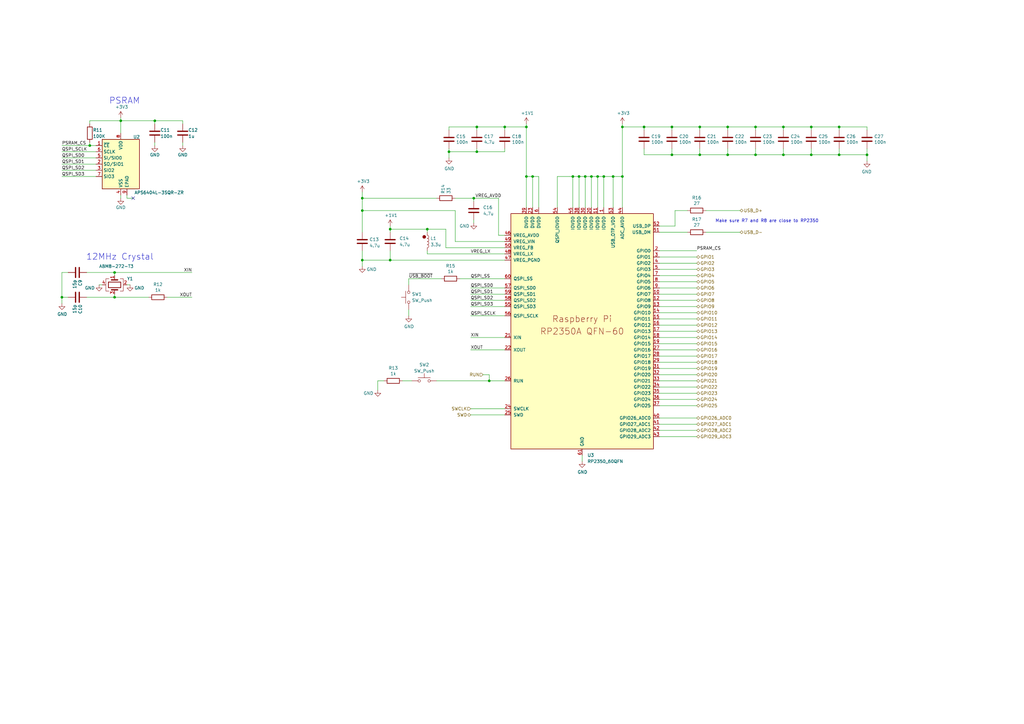
<source format=kicad_sch>
(kicad_sch (version 20250114) (generator "eeschema") (generator_version "9.0")
  (paper "A3")
  (lib_symbols
    (symbol "Device:C" (pin_numbers (hide yes)) (pin_names (offset 0.254))
      (property "Reference" "C" (at 0.635 2.54 0))
      (property "Value" "C" (at 0.635 -2.54 0))
      (symbol "C_0_1"
        (polyline (pts (xy -2.032 0.762) (xy 2.032 0.762)) (stroke (width 0.508)))
        (polyline (pts (xy -2.032 -0.762) (xy 2.032 -0.762)) (stroke (width 0.508)))
      )
      (symbol "C_1_1"
        (pin passive line (at 0 3.81 270) (length 2.794) (name "~") (number "1"))
        (pin passive line (at 0 -3.81 90) (length 2.794) (name "~") (number "2"))
      )
    )
    (symbol "Device:Crystal_GND24" (pin_names (offset 1.016) (hide yes))
      (property "Reference" "Y" (at 3.175 5.08 0))
      (property "Value" "Crystal_GND24" (at 3.175 3.175 0))
      (symbol "Crystal_GND24_0_1"
        (polyline (pts (xy -2.54 2.286) (xy -2.54 3.556) (xy 2.54 3.556) (xy 2.54 2.286)))
        (polyline (pts (xy -2.54 0) (xy -2.032 0)))
        (polyline (pts (xy -2.54 -2.286) (xy -2.54 -3.556) (xy 2.54 -3.556) (xy 2.54 -2.286)))
        (polyline (pts (xy -2.032 -1.27) (xy -2.032 1.27)) (stroke (width 0.508)))
        (rectangle (start -1.143 2.54) (end 1.143 -2.54) (stroke (width 0.3048)))
        (polyline (pts (xy 0 3.556) (xy 0 3.81)))
        (polyline (pts (xy 0 -3.81) (xy 0 -3.556)))
        (polyline (pts (xy 2.032 0) (xy 2.54 0)))
        (polyline (pts (xy 2.032 -1.27) (xy 2.032 1.27)) (stroke (width 0.508)))
      )
      (symbol "Crystal_GND24_1_1"
        (pin passive line (at -3.81 0 0) (length 1.27) (name "1") (number "1"))
        (pin passive line (at 0 5.08 270) (length 1.27) (name "2") (number "2"))
        (pin passive line (at 0 -5.08 90) (length 1.27) (name "4") (number "4"))
        (pin passive line (at 3.81 0 180) (length 1.27) (name "3") (number "3"))
      )
    )
    (symbol "Device:L" (pin_numbers (hide yes)) (pin_names (offset 1.016) (hide yes))
      (property "Reference" "L" (at -1.27 0 90))
      (property "Value" "L" (at 1.905 0 90))
      (symbol "L_0_1"
        (arc (start 0 2.54) (mid 0.6323 1.905) (end 0 1.27))
        (arc (start 0 1.27) (mid 0.6323 0.635) (end 0 0))
        (arc (start 0 0) (mid 0.6323 -0.635) (end 0 -1.27))
        (arc (start 0 -1.27) (mid 0.6323 -1.905) (end 0 -2.54))
      )
      (symbol "L_1_1"
        (pin passive line (at 0 3.81 270) (length 1.27) (name "1") (number "1"))
        (pin passive line (at 0 -3.81 90) (length 1.27) (name "2") (number "2"))
      )
    )
    (symbol "Device:R" (pin_numbers (hide yes)) (pin_names (offset 0))
      (property "Reference" "R" (at 2.032 0 90))
      (property "Value" "R" (at 0 0 90))
      (symbol "R_0_1"
        (rectangle (start -1.016 -2.54) (end 1.016 2.54) (stroke (width 0.254)))
      )
      (symbol "R_1_1"
        (pin passive line (at 0 3.81 270) (length 1.27) (name "~") (number "1"))
        (pin passive line (at 0 -3.81 90) (length 1.27) (name "~") (number "2"))
      )
    )
    (symbol "Memory_RAM:APS6404L-3SQRx-ZR"
      (property "Reference" "U" (at -6.35 11.43 0))
      (property "Value" "APS6404L-3SQRx-ZR" (at 11.684 11.43 0))
      (symbol "APS6404L-3SQRx-ZR_0_1"
        (rectangle (start -7.62 10.16) (end 7.62 -10.16) (stroke (width 0.254)) (fill (type background)))
      )
      (symbol "APS6404L-3SQRx-ZR_1_1"
        (pin input line (at -10.16 7.62 0) (length 2.54) (name "~{CE}") (number "1"))
        (pin input line (at -10.16 5.08 0) (length 2.54) (name "SCLK") (number "6"))
        (pin bidirectional line (at -10.16 2.54 0) (length 2.54) (name "SI/SIO0") (number "5"))
        (pin bidirectional line (at -10.16 0 0) (length 2.54) (name "SO/SIO1") (number "2"))
        (pin bidirectional line (at -10.16 -2.54 0) (length 2.54) (name "SIO2") (number "3"))
        (pin bidirectional line (at -10.16 -5.08 0) (length 2.54) (name "SIO3") (number "7"))
        (pin power_in line (at 0 12.7 270) (length 2.54) (name "VDD") (number "8"))
        (pin power_in line (at 0 -12.7 90) (length 2.54) (name "VSS") (number "4"))
        (pin passive line (at 2.54 -12.7 90) (length 2.54) (name "EPAD") (number "9"))
      )
    )
    (symbol "RP2350-QFN-60:RP2350_60QFN" (pin_names (offset 1.016))
      (property "Reference" "U" (at -29.21 49.53 0))
      (property "Value" "RP2350_60QFN" (at 24.13 -49.53 0))
      (symbol "RP2350_60QFN_0_0"
        (text "Raspberry Pi" (at 0 5.08 0) (effects (font (size 2.54 2.54))))
      )
      (symbol "RP2350_60QFN_0_1"
        (rectangle (start -29.21 48.26) (end 29.21 -48.26) (stroke (width 0.254)) (fill (type background)))
      )
      (symbol "RP2350_60QFN_1_0"
        (text "RP2350A QFN-60" (at 0 0 0) (effects (font (size 2.54 2.54))))
      )
      (symbol "RP2350_60QFN_1_1"
        (pin power_in line (at -31.75 39.37 0) (length 2.54) (name "VREG_AVDD") (number "46"))
        (pin power_in line (at -31.75 36.83 0) (length 2.54) (name "VREG_VIN") (number "49"))
        (pin input line (at -31.75 34.29 0) (length 2.54) (name "VREG_FB") (number "50"))
        (pin power_out line (at -31.75 31.75 0) (length 2.54) (name "VREG_LX") (number "48"))
        (pin power_in line (at -31.75 29.21 0) (length 2.54) (name "VREG_PGND") (number "47"))
        (pin bidirectional line (at -31.75 21.59 0) (length 2.54) (name "QSPI_SS") (number "60"))
        (pin bidirectional line (at -31.75 17.78 0) (length 2.54) (name "QSPI_SD0") (number "57"))
        (pin bidirectional line (at -31.75 15.24 0) (length 2.54) (name "QSPI_SD1") (number "59"))
        (pin bidirectional line (at -31.75 12.7 0) (length 2.54) (name "QSPI_SD2") (number "58"))
        (pin bidirectional line (at -31.75 10.16 0) (length 2.54) (name "QSPI_SD3") (number "55"))
        (pin output line (at -31.75 6.35 0) (length 2.54) (name "QSPI_SCLK") (number "56"))
        (pin input line (at -31.75 -2.54 0) (length 2.54) (name "XIN") (number "21"))
        (pin passive line (at -31.75 -7.62 0) (length 2.54) (name "XOUT") (number "22"))
        (pin input line (at -31.75 -20.32 0) (length 2.54) (name "RUN") (number "26"))
        (pin output line (at -31.75 -31.75 0) (length 2.54) (name "SWCLK") (number "24"))
        (pin bidirectional line (at -31.75 -34.29 0) (length 2.54) (name "SWD") (number "25"))
        (pin power_in line (at -22.86 50.8 270) (length 2.54) (name "DVDD") (number "39"))
        (pin power_in line (at -20.32 50.8 270) (length 2.54) (name "DVDD") (number "23"))
        (pin power_in line (at -17.78 50.8 270) (length 2.54) (name "DVDD") (number "6"))
        (pin power_in line (at -10.16 50.8 270) (length 2.54) (name "QSPI_IOVDD") (number "54"))
        (pin power_in line (at -3.81 50.8 270) (length 2.54) (name "IOVDD") (number "45"))
        (pin power_in line (at -1.27 50.8 270) (length 2.54) (name "IOVDD") (number "38"))
        (pin power_in line (at 0 -50.8 90) (length 2.54) (name "GND") (number "61"))
        (pin power_in line (at 1.27 50.8 270) (length 2.54) (name "IOVDD") (number "30"))
        (pin power_in line (at 3.81 50.8 270) (length 2.54) (name "IOVDD") (number "20"))
        (pin power_in line (at 6.35 50.8 270) (length 2.54) (name "IOVDD") (number "11"))
        (pin power_in line (at 8.89 50.8 270) (length 2.54) (name "IOVDD") (number "1"))
        (pin power_in line (at 12.7 50.8 270) (length 2.54) (name "USB_OTP_VDD") (number "53"))
        (pin power_in line (at 16.51 50.8 270) (length 2.54) (name "ADC_AVDD") (number "44"))
        (pin bidirectional line (at 31.75 43.18 180) (length 2.54) (name "USB_DP") (number "52"))
        (pin bidirectional line (at 31.75 40.64 180) (length 2.54) (name "USB_DM") (number "51"))
        (pin bidirectional line (at 31.75 33.02 180) (length 2.54) (name "GPIO0") (number "2"))
        (pin bidirectional line (at 31.75 30.48 180) (length 2.54) (name "GPIO1") (number "3"))
        (pin bidirectional line (at 31.75 27.94 180) (length 2.54) (name "GPIO2") (number "4"))
        (pin bidirectional line (at 31.75 25.4 180) (length 2.54) (name "GPIO3") (number "5"))
        (pin bidirectional line (at 31.75 22.86 180) (length 2.54) (name "GPIO4") (number "7"))
        (pin bidirectional line (at 31.75 20.32 180) (length 2.54) (name "GPIO5") (number "8"))
        (pin bidirectional line (at 31.75 17.78 180) (length 2.54) (name "GPIO6") (number "9"))
        (pin bidirectional line (at 31.75 15.24 180) (length 2.54) (name "GPIO7") (number "10"))
        (pin bidirectional line (at 31.75 12.7 180) (length 2.54) (name "GPIO8") (number "12"))
        (pin bidirectional line (at 31.75 10.16 180) (length 2.54) (name "GPIO9") (number "13"))
        (pin bidirectional line (at 31.75 7.62 180) (length 2.54) (name "GPIO10") (number "14"))
        (pin bidirectional line (at 31.75 5.08 180) (length 2.54) (name "GPIO11") (number "15"))
        (pin bidirectional line (at 31.75 2.54 180) (length 2.54) (name "GPIO12") (number "16"))
        (pin bidirectional line (at 31.75 0 180) (length 2.54) (name "GPIO13") (number "17"))
        (pin bidirectional line (at 31.75 -2.54 180) (length 2.54) (name "GPIO14") (number "18"))
        (pin bidirectional line (at 31.75 -5.08 180) (length 2.54) (name "GPIO15") (number "19"))
        (pin bidirectional line (at 31.75 -7.62 180) (length 2.54) (name "GPIO16") (number "27"))
        (pin bidirectional line (at 31.75 -10.16 180) (length 2.54) (name "GPIO17") (number "28"))
        (pin bidirectional line (at 31.75 -12.7 180) (length 2.54) (name "GPIO18") (number "29"))
        (pin bidirectional line (at 31.75 -15.24 180) (length 2.54) (name "GPIO19") (number "31"))
        (pin bidirectional line (at 31.75 -17.78 180) (length 2.54) (name "GPIO20") (number "32"))
        (pin bidirectional line (at 31.75 -20.32 180) (length 2.54) (name "GPIO21") (number "33"))
        (pin bidirectional line (at 31.75 -22.86 180) (length 2.54) (name "GPIO22") (number "34"))
        (pin bidirectional line (at 31.75 -25.4 180) (length 2.54) (name "GPIO23") (number "35"))
        (pin bidirectional line (at 31.75 -27.94 180) (length 2.54) (name "GPIO24") (number "36"))
        (pin bidirectional line (at 31.75 -30.48 180) (length 2.54) (name "GPIO25") (number "37"))
        (pin bidirectional line (at 31.75 -35.56 180) (length 2.54) (name "GPIO26_ADC0") (number "40"))
        (pin bidirectional line (at 31.75 -38.1 180) (length 2.54) (name "GPIO27_ADC1") (number "41"))
        (pin bidirectional line (at 31.75 -40.64 180) (length 2.54) (name "GPIO28_ADC2") (number "42"))
        (pin bidirectional line (at 31.75 -43.18 180) (length 2.54) (name "GPIO29_ADC3") (number "43"))
      )
    )
    (symbol "Switch:SW_Push" (pin_numbers (hide yes)) (pin_names (offset 1.016) (hide yes))
      (property "Reference" "SW" (at 1.27 2.54 0))
      (property "Value" "SW_Push" (at 0 -1.524 0))
      (symbol "SW_Push_0_1"
        (circle (center -2.032 0) (radius 0.508))
        (polyline (pts (xy 0 1.27) (xy 0 3.048)))
        (circle (center 2.032 0) (radius 0.508))
        (polyline (pts (xy 2.54 1.27) (xy -2.54 1.27)))
        (pin passive line (at -5.08 0 0) (length 2.54) (name "1") (number "1"))
        (pin passive line (at 5.08 0 180) (length 2.54) (name "2") (number "2"))
      )
    )
    (symbol "power:+1V1" (power) (pin_names (offset 0))
      (property "Value" "+1V1" (at 0 3.556 0))
      (symbol "+1V1_0_1"
        (polyline (pts (xy -0.762 1.27) (xy 0 2.54)))
        (polyline (pts (xy 0 2.54) (xy 0.762 1.27)))
        (polyline (pts (xy 0 0) (xy 0 2.54)))
      )
      (symbol "+1V1_1_1"
        (pin power_in line (at 0 0 90) (length 0) (hide yes) (name "+1V1") (number "1"))
      )
    )
    (symbol "power:+3V3" (power) (pin_names (offset 0))
      (property "Value" "+3V3" (at 0 3.556 0))
      (symbol "+3V3_0_1"
        (polyline (pts (xy -0.762 1.27) (xy 0 2.54)))
        (polyline (pts (xy 0 2.54) (xy 0.762 1.27)))
        (polyline (pts (xy 0 0) (xy 0 2.54)))
      )
      (symbol "+3V3_1_1"
        (pin power_in line (at 0 0 90) (length 0) (hide yes) (name "+3V3") (number "1"))
      )
    )
    (symbol "power:GND" (power) (pin_names (offset 0))
      (property "Value" "GND" (at 0 -3.81 0))
      (symbol "GND_0_1"
        (polyline (pts (xy 0 0) (xy 0 -1.27) (xy 1.27 -1.27) (xy 0 -2.54) (xy -1.27 -1.27) (xy 0 -1.27)))
      )
      (symbol "GND_1_1"
        (pin power_in line (at 0 0 270) (length 0) (hide yes) (name "GND") (number "1"))
      )
    )
  )
  (circle (center 173.99 97.155) (radius 0.635) (stroke (width 0) (color 132 0 0 1)) (fill (type color) (color 132 0 0 1)))
  (text "Make sure R7 and R8 are close to RP2350\n" (at 293.37 91.44 0) (effects (font (size 1.27 1.27)) (justify left bottom)))
  (text "PSRAM" (at 44.704 42.926 0) (effects (font (size 2.54 2.54)) (justify left bottom)))
  (text "12MHz Crystal" (at 35.306 106.934 0) (effects (font (size 2.54 2.54)) (justify left bottom)))
  (junction (at 160.02 106.68))
  (junction (at 36.83 59.69))
  (junction (at 275.59 52.07))
  (junction (at 298.45 52.07))
  (junction (at 309.88 52.07))
  (junction (at 175.26 93.98))
  (junction (at 25.4 121.92))
  (junction (at 321.31 63.5))
  (junction (at 46.99 121.92))
  (junction (at 63.5 49.53))
  (junction (at 255.27 72.39))
  (junction (at 287.02 63.5))
  (junction (at 215.9 52.07))
  (junction (at 264.16 52.07))
  (junction (at 184.15 62.23))
  (junction (at 355.6 63.5))
  (junction (at 234.95 72.39))
  (junction (at 215.9 72.39))
  (junction (at 332.74 52.07))
  (junction (at 309.88 63.5))
  (junction (at 195.58 62.23))
  (junction (at 195.58 52.07))
  (junction (at 200.66 156.21))
  (junction (at 287.02 52.07))
  (junction (at 251.46 72.39))
  (junction (at 218.44 72.39))
  (junction (at 275.59 63.5))
  (junction (at 148.59 81.28))
  (junction (at 242.57 72.39))
  (junction (at 46.99 111.76))
  (junction (at 207.01 52.07))
  (junction (at 255.27 52.07))
  (junction (at 160.02 93.98))
  (junction (at 298.45 63.5))
  (junction (at 321.31 52.07))
  (junction (at 194.31 81.28))
  (junction (at 344.17 63.5))
  (junction (at 237.49 72.39))
  (junction (at 49.53 49.53))
  (junction (at 245.11 72.39))
  (junction (at 344.17 52.07))
  (junction (at 148.59 106.68))
  (junction (at 240.03 72.39))
  (junction (at 247.65 72.39))
  (junction (at 332.74 63.5))
  (junction (at 148.59 86.36))
  (no_connect (at 54.61 81.28))
  (wire (pts (xy 52.07 116.84) (xy 53.34 116.84)))
  (wire (pts (xy 35.56 111.76) (xy 46.99 111.76)))
  (wire (pts (xy 245.11 72.39) (xy 247.65 72.39)))
  (wire (pts (xy 184.15 62.23) (xy 184.15 64.77)))
  (wire (pts (xy 332.74 60.96) (xy 332.74 63.5)))
  (wire (pts (xy 182.88 101.6) (xy 182.88 93.98)))
  (wire (pts (xy 270.51 110.49) (xy 285.75 110.49)))
  (wire (pts (xy 154.94 156.21) (xy 154.94 160.02)))
  (wire (pts (xy 270.51 140.97) (xy 285.75 140.97)))
  (wire (pts (xy 309.88 60.96) (xy 309.88 63.5)))
  (wire (pts (xy 160.02 102.87) (xy 160.02 106.68)))
  (wire (pts (xy 298.45 53.34) (xy 298.45 52.07)))
  (wire (pts (xy 182.88 93.98) (xy 175.26 93.98)))
  (wire (pts (xy 245.11 85.09) (xy 245.11 72.39)))
  (wire (pts (xy 207.01 167.64) (xy 193.04 167.64)))
  (wire (pts (xy 215.9 50.8) (xy 215.9 52.07)))
  (wire (pts (xy 270.51 102.87) (xy 285.75 102.87)))
  (wire (pts (xy 275.59 60.96) (xy 275.59 63.5)))
  (wire (pts (xy 220.98 72.39) (xy 220.98 85.09)))
  (wire (pts (xy 186.69 99.06) (xy 207.01 99.06)))
  (wire (pts (xy 63.5 49.53) (xy 74.93 49.53)))
  (wire (pts (xy 287.02 52.07) (xy 298.45 52.07)))
  (wire (pts (xy 184.15 52.07) (xy 195.58 52.07)))
  (wire (pts (xy 25.4 111.76) (xy 25.4 121.92)))
  (wire (pts (xy 255.27 50.8) (xy 255.27 52.07)))
  (wire (pts (xy 270.51 163.83) (xy 285.75 163.83)))
  (wire (pts (xy 276.86 86.36) (xy 281.94 86.36)))
  (wire (pts (xy 332.74 53.34) (xy 332.74 52.07)))
  (wire (pts (xy 200.66 156.21) (xy 207.01 156.21)))
  (wire (pts (xy 25.4 59.69) (xy 36.83 59.69)))
  (wire (pts (xy 36.83 59.69) (xy 39.37 59.69)))
  (wire (pts (xy 148.59 81.28) (xy 148.59 86.36)))
  (wire (pts (xy 264.16 53.34) (xy 264.16 52.07)))
  (wire (pts (xy 270.51 105.41) (xy 285.75 105.41)))
  (wire (pts (xy 27.94 121.92) (xy 25.4 121.92)))
  (wire (pts (xy 194.31 91.44) (xy 194.31 90.17)))
  (wire (pts (xy 184.15 53.34) (xy 184.15 52.07)))
  (wire (pts (xy 218.44 72.39) (xy 220.98 72.39)))
  (wire (pts (xy 157.48 156.21) (xy 154.94 156.21)))
  (wire (pts (xy 275.59 53.34) (xy 275.59 52.07)))
  (wire (pts (xy 63.5 58.42) (xy 63.5 59.69)))
  (wire (pts (xy 309.88 53.34) (xy 309.88 52.07)))
  (wire (pts (xy 289.56 86.36) (xy 303.53 86.36)))
  (wire (pts (xy 309.88 52.07) (xy 321.31 52.07)))
  (wire (pts (xy 237.49 85.09) (xy 237.49 72.39)))
  (wire (pts (xy 25.4 67.31) (xy 39.37 67.31)))
  (wire (pts (xy 179.07 156.21) (xy 200.66 156.21)))
  (wire (pts (xy 270.51 161.29) (xy 285.75 161.29)))
  (wire (pts (xy 207.01 101.6) (xy 182.88 101.6)))
  (wire (pts (xy 49.53 49.53) (xy 49.53 54.61)))
  (wire (pts (xy 270.51 173.99) (xy 285.75 173.99)))
  (wire (pts (xy 270.51 113.03) (xy 285.75 113.03)))
  (wire (pts (xy 25.4 72.39) (xy 39.37 72.39)))
  (wire (pts (xy 175.26 93.98) (xy 175.26 95.25)))
  (wire (pts (xy 180.975 114.3) (xy 167.64 114.3)))
  (wire (pts (xy 234.95 72.39) (xy 237.49 72.39)))
  (wire (pts (xy 355.6 63.5) (xy 355.6 66.04)))
  (wire (pts (xy 270.51 146.05) (xy 285.75 146.05)))
  (wire (pts (xy 207.01 170.18) (xy 193.04 170.18)))
  (wire (pts (xy 270.51 120.65) (xy 285.75 120.65)))
  (wire (pts (xy 175.26 104.14) (xy 207.01 104.14)))
  (wire (pts (xy 287.02 60.96) (xy 287.02 63.5)))
  (wire (pts (xy 355.6 60.96) (xy 355.6 63.5)))
  (wire (pts (xy 242.57 72.39) (xy 245.11 72.39)))
  (wire (pts (xy 270.51 128.27) (xy 285.75 128.27)))
  (wire (pts (xy 287.02 53.34) (xy 287.02 52.07)))
  (wire (pts (xy 194.31 81.28) (xy 204.47 81.28)))
  (wire (pts (xy 204.47 96.52) (xy 207.01 96.52)))
  (wire (pts (xy 36.83 49.53) (xy 36.83 50.8)))
  (wire (pts (xy 49.53 48.26) (xy 49.53 49.53)))
  (wire (pts (xy 270.51 176.53) (xy 285.75 176.53)))
  (wire (pts (xy 215.9 52.07) (xy 215.9 72.39)))
  (wire (pts (xy 228.6 72.39) (xy 234.95 72.39)))
  (wire (pts (xy 270.51 138.43) (xy 285.75 138.43)))
  (wire (pts (xy 270.51 148.59) (xy 285.75 148.59)))
  (wire (pts (xy 218.44 72.39) (xy 215.9 72.39)))
  (wire (pts (xy 255.27 72.39) (xy 255.27 85.09)))
  (wire (pts (xy 148.59 81.28) (xy 179.07 81.28)))
  (wire (pts (xy 148.59 86.36) (xy 148.59 95.25)))
  (wire (pts (xy 35.56 121.92) (xy 46.99 121.92)))
  (wire (pts (xy 148.59 86.36) (xy 186.69 86.36)))
  (wire (pts (xy 207.01 53.34) (xy 207.01 52.07)))
  (wire (pts (xy 204.47 81.28) (xy 204.47 96.52)))
  (wire (pts (xy 207.01 129.54) (xy 193.04 129.54)))
  (wire (pts (xy 251.46 85.09) (xy 251.46 72.39)))
  (wire (pts (xy 160.02 92.71) (xy 160.02 93.98)))
  (wire (pts (xy 165.1 156.21) (xy 168.91 156.21)))
  (wire (pts (xy 194.31 81.28) (xy 194.31 82.55)))
  (wire (pts (xy 184.15 62.23) (xy 195.58 62.23)))
  (wire (pts (xy 264.16 60.96) (xy 264.16 63.5)))
  (wire (pts (xy 198.12 153.67) (xy 200.66 153.67)))
  (wire (pts (xy 36.83 49.53) (xy 49.53 49.53)))
  (wire (pts (xy 240.03 72.39) (xy 242.57 72.39)))
  (wire (pts (xy 148.59 102.87) (xy 148.59 106.68)))
  (wire (pts (xy 160.02 93.98) (xy 175.26 93.98)))
  (wire (pts (xy 160.02 106.68) (xy 207.01 106.68)))
  (wire (pts (xy 251.46 72.39) (xy 255.27 72.39)))
  (wire (pts (xy 275.59 52.07) (xy 287.02 52.07)))
  (wire (pts (xy 321.31 53.34) (xy 321.31 52.07)))
  (wire (pts (xy 287.02 63.5) (xy 275.59 63.5)))
  (wire (pts (xy 270.51 179.07) (xy 285.75 179.07)))
  (wire (pts (xy 68.58 121.92) (xy 78.74 121.92)))
  (wire (pts (xy 40.64 116.84) (xy 41.91 116.84)))
  (wire (pts (xy 321.31 63.5) (xy 309.88 63.5)))
  (wire (pts (xy 270.51 133.35) (xy 285.75 133.35)))
  (wire (pts (xy 238.76 186.69) (xy 238.76 189.23)))
  (wire (pts (xy 186.69 81.28) (xy 194.31 81.28)))
  (wire (pts (xy 49.53 81.28) (xy 49.53 80.01)))
  (wire (pts (xy 270.51 125.73) (xy 285.75 125.73)))
  (wire (pts (xy 193.04 118.11) (xy 207.01 118.11)))
  (wire (pts (xy 195.58 53.34) (xy 195.58 52.07)))
  (wire (pts (xy 200.66 153.67) (xy 200.66 156.21)))
  (wire (pts (xy 193.04 120.65) (xy 207.01 120.65)))
  (wire (pts (xy 270.51 107.95) (xy 285.75 107.95)))
  (wire (pts (xy 270.51 123.19) (xy 285.75 123.19)))
  (wire (pts (xy 270.51 143.51) (xy 285.75 143.51)))
  (wire (pts (xy 207.01 114.3) (xy 188.595 114.3)))
  (wire (pts (xy 184.15 60.96) (xy 184.15 62.23)))
  (wire (pts (xy 275.59 63.5) (xy 264.16 63.5)))
  (wire (pts (xy 54.61 81.28) (xy 52.07 81.28)))
  (wire (pts (xy 46.99 113.03) (xy 46.99 111.76)))
  (wire (pts (xy 247.65 72.39) (xy 247.65 85.09)))
  (wire (pts (xy 298.45 60.96) (xy 298.45 63.5)))
  (wire (pts (xy 270.51 135.89) (xy 285.75 135.89)))
  (wire (pts (xy 309.88 63.5) (xy 298.45 63.5)))
  (wire (pts (xy 255.27 52.07) (xy 255.27 72.39)))
  (wire (pts (xy 240.03 85.09) (xy 240.03 72.39)))
  (wire (pts (xy 270.51 171.45) (xy 285.75 171.45)))
  (wire (pts (xy 234.95 85.09) (xy 234.95 72.39)))
  (wire (pts (xy 52.07 81.28) (xy 52.07 80.01)))
  (wire (pts (xy 207.01 52.07) (xy 215.9 52.07)))
  (wire (pts (xy 298.45 52.07) (xy 309.88 52.07)))
  (wire (pts (xy 63.5 49.53) (xy 63.5 50.8)))
  (wire (pts (xy 25.4 69.85) (xy 39.37 69.85)))
  (wire (pts (xy 270.51 153.67) (xy 285.75 153.67)))
  (wire (pts (xy 270.51 115.57) (xy 285.75 115.57)))
  (wire (pts (xy 321.31 52.07) (xy 332.74 52.07)))
  (wire (pts (xy 270.51 92.71) (xy 276.86 92.71)))
  (wire (pts (xy 237.49 72.39) (xy 240.03 72.39)))
  (wire (pts (xy 242.57 85.09) (xy 242.57 72.39)))
  (wire (pts (xy 321.31 60.96) (xy 321.31 63.5)))
  (wire (pts (xy 148.59 106.68) (xy 160.02 106.68)))
  (wire (pts (xy 270.51 156.21) (xy 285.75 156.21)))
  (wire (pts (xy 270.51 130.81) (xy 285.75 130.81)))
  (wire (pts (xy 74.93 59.69) (xy 74.93 58.42)))
  (wire (pts (xy 160.02 95.25) (xy 160.02 93.98)))
  (wire (pts (xy 270.51 118.11) (xy 285.75 118.11)))
  (wire (pts (xy 193.04 123.19) (xy 207.01 123.19)))
  (wire (pts (xy 270.51 158.75) (xy 285.75 158.75)))
  (wire (pts (xy 25.4 121.92) (xy 25.4 124.46)))
  (wire (pts (xy 193.04 138.43) (xy 207.01 138.43)))
  (wire (pts (xy 228.6 85.09) (xy 228.6 72.39)))
  (wire (pts (xy 195.58 60.96) (xy 195.58 62.23)))
  (wire (pts (xy 207.01 143.51) (xy 193.04 143.51)))
  (wire (pts (xy 175.26 104.14) (xy 175.26 102.87)))
  (wire (pts (xy 27.94 111.76) (xy 25.4 111.76)))
  (wire (pts (xy 270.51 151.13) (xy 285.75 151.13)))
  (wire (pts (xy 289.56 95.25) (xy 303.53 95.25)))
  (wire (pts (xy 195.58 62.23) (xy 207.01 62.23)))
  (wire (pts (xy 270.51 95.25) (xy 281.94 95.25)))
  (wire (pts (xy 148.59 106.68) (xy 148.59 109.22)))
  (wire (pts (xy 186.69 86.36) (xy 186.69 99.06)))
  (wire (pts (xy 355.6 63.5) (xy 344.17 63.5)))
  (wire (pts (xy 321.31 63.5) (xy 332.74 63.5)))
  (wire (pts (xy 46.99 120.65) (xy 46.99 121.92)))
  (wire (pts (xy 25.4 62.23) (xy 39.37 62.23)))
  (wire (pts (xy 344.17 53.34) (xy 344.17 52.07)))
  (wire (pts (xy 355.6 52.07) (xy 344.17 52.07)))
  (wire (pts (xy 344.17 63.5) (xy 332.74 63.5)))
  (wire (pts (xy 49.53 49.53) (xy 63.5 49.53)))
  (wire (pts (xy 270.51 166.37) (xy 285.75 166.37)))
  (wire (pts (xy 167.64 114.3) (xy 167.64 116.84)))
  (wire (pts (xy 207.01 62.23) (xy 207.01 60.96)))
  (wire (pts (xy 355.6 53.34) (xy 355.6 52.07)))
  (wire (pts (xy 167.64 127) (xy 167.64 129.54)))
  (wire (pts (xy 298.45 63.5) (xy 287.02 63.5)))
  (wire (pts (xy 264.16 52.07) (xy 275.59 52.07)))
  (wire (pts (xy 46.99 121.92) (xy 60.96 121.92)))
  (wire (pts (xy 344.17 52.07) (xy 332.74 52.07)))
  (wire (pts (xy 193.04 125.73) (xy 207.01 125.73)))
  (wire (pts (xy 74.93 49.53) (xy 74.93 50.8)))
  (wire (pts (xy 255.27 52.07) (xy 264.16 52.07)))
  (wire (pts (xy 276.86 86.36) (xy 276.86 92.71)))
  (wire (pts (xy 195.58 52.07) (xy 207.01 52.07)))
  (wire (pts (xy 36.83 58.42) (xy 36.83 59.69)))
  (wire (pts (xy 215.9 72.39) (xy 215.9 85.09)))
  (wire (pts (xy 218.44 85.09) (xy 218.44 72.39)))
  (wire (pts (xy 46.99 111.76) (xy 78.74 111.76)))
  (wire (pts (xy 344.17 60.96) (xy 344.17 63.5)))
  (wire (pts (xy 25.4 64.77) (xy 39.37 64.77)))
  (wire (pts (xy 148.59 78.74) (xy 148.59 81.28)))
  (wire (pts (xy 247.65 72.39) (xy 251.46 72.39)))
  (label "QSPI_SCLK" (at 25.4 62.23 0))
  (label "PSRAM_CS" (at 285.75 102.87 0))
  (label "XOUT" (at 78.74 121.92 180))
  (label "PSRAM_CS" (at 25.4 59.69 0))
  (label "QSPI_SD3" (at 25.4 72.39 0))
  (label "QSPI_SCLK" (at 193.04 129.54 0))
  (label "~{USB_BOOT}" (at 167.64 114.3 0))
  (label "QSPI_SD3" (at 193.04 125.73 0))
  (label "QSPI_SD1" (at 193.04 120.65 0))
  (label "VREG_AVDD" (at 194.945 81.28 0))
  (label "XIN" (at 193.04 138.43 0))
  (label "QSPI_SD0" (at 193.04 118.11 0))
  (label "QSPI_SD2" (at 193.04 123.19 0))
  (label "QSPI_SD1" (at 25.4 67.31 0))
  (label "QSPI_SD0" (at 25.4 64.77 0))
  (label "QSPI_SS" (at 193.04 114.3 0))
  (label "XIN" (at 78.74 111.76 180))
  (label "XOUT" (at 193.04 143.51 0))
  (label "VREG_LX" (at 193.04 104.14 0))
  (label "QSPI_SD2" (at 25.4 69.85 0))
  (hierarchical_label "GPIO1" (shape bidirectional) (at 285.75 105.41 0))
  (hierarchical_label "GPIO4" (shape bidirectional) (at 285.75 113.03 0))
  (hierarchical_label "RUN" (shape input) (at 198.12 153.67 180))
  (hierarchical_label "GPIO21" (shape bidirectional) (at 285.75 156.21 0))
  (hierarchical_label "GPIO27_ADC1" (shape bidirectional) (at 285.75 173.99 0))
  (hierarchical_label "GPIO7" (shape bidirectional) (at 285.75 120.65 0))
  (hierarchical_label "GPIO14" (shape bidirectional) (at 285.75 138.43 0))
  (hierarchical_label "USB_D+" (shape bidirectional) (at 303.53 86.36 0))
  (hierarchical_label "GPIO22" (shape bidirectional) (at 285.75 158.75 0))
  (hierarchical_label "SWD" (shape bidirectional) (at 193.04 170.18 180))
  (hierarchical_label "GPIO28_ADC2" (shape bidirectional) (at 285.75 176.53 0))
  (hierarchical_label "GPIO11" (shape bidirectional) (at 285.75 130.81 0))
  (hierarchical_label "GPIO12" (shape bidirectional) (at 285.75 133.35 0))
  (hierarchical_label "GPIO2" (shape bidirectional) (at 285.75 107.95 0))
  (hierarchical_label "GPIO29_ADC3" (shape bidirectional) (at 285.75 179.07 0))
  (hierarchical_label "GPIO8" (shape bidirectional) (at 285.75 123.19 0))
  (hierarchical_label "GPIO6" (shape bidirectional) (at 285.75 118.11 0))
  (hierarchical_label "GPIO5" (shape bidirectional) (at 285.75 115.57 0))
  (hierarchical_label "GPIO24" (shape bidirectional) (at 285.75 163.83 0))
  (hierarchical_label "GPIO3" (shape bidirectional) (at 285.75 110.49 0))
  (hierarchical_label "GPIO13" (shape bidirectional) (at 285.75 135.89 0))
  (hierarchical_label "GPIO16" (shape bidirectional) (at 285.75 143.51 0))
  (hierarchical_label "GPIO19" (shape bidirectional) (at 285.75 151.13 0))
  (hierarchical_label "SWCLK" (shape input) (at 193.04 167.64 180))
  (hierarchical_label "GPIO20" (shape bidirectional) (at 285.75 153.67 0))
  (hierarchical_label "GPIO17" (shape bidirectional) (at 285.75 146.05 0))
  (hierarchical_label "GPIO9" (shape bidirectional) (at 285.75 125.73 0))
  (hierarchical_label "GPIO18" (shape bidirectional) (at 285.75 148.59 0))
  (hierarchical_label "GPIO26_ADC0" (shape bidirectional) (at 285.75 171.45 0))
  (hierarchical_label "USB_D-" (shape bidirectional) (at 303.53 95.25 0))
  (hierarchical_label "GPIO10" (shape bidirectional) (at 285.75 128.27 0))
  (hierarchical_label "GPIO25" (shape bidirectional) (at 285.75 166.37 0))
  (hierarchical_label "GPIO23" (shape bidirectional) (at 285.75 161.29 0))
  (hierarchical_label "GPIO15" (shape bidirectional) (at 285.75 140.97 0))
  (symbol (lib_id "Device:Crystal_GND24") (at 46.99 116.84 270) (unit 1)
    (property "Reference" "Y1" (at 52.07 114.3 90) (effects (justify left)))
    (property "Value" "ABM8-272-T3" (at 40.64 109.22 90) (effects (justify left)))
    (property "Footprint" "components:ABM8272T3" (effects (hide yes)))
  )
  (symbol (lib_id "power:GND") (at 154.94 160.02 0) (unit 1)
    (property "Reference" "#PWR043" (effects (hide yes)))
    (property "Value" "GND" (at 151.13 161.29 0))
  )
  (symbol (lib_id "Device:C") (at 332.74 57.15 0) (unit 1)
    (property "Reference" "C25" (at 335.661 55.9816 0) (effects (justify left)))
    (property "Value" "100n" (at 335.661 58.293 0) (effects (justify left)))
    (property "Footprint" "Capacitor_SMD:C_0402_1005Metric" (effects (hide yes)))
  )
  (symbol (lib_id "Device:C") (at 74.93 54.61 180) (unit 1)
    (property "Reference" "C12" (at 77.216 53.34 0) (effects (justify right)))
    (property "Value" "1u" (at 77.216 55.88 0) (effects (justify right)))
    (property "Footprint" "Capacitor_SMD:C_0402_1005Metric" (effects (hide yes)))
    (property "Description" "Unpolarized capacitor" (effects (hide yes)))
  )
  (symbol (lib_id "power:GND") (at 74.93 59.69 0) (unit 1)
    (property "Reference" "#PWR040" (effects (hide yes)))
    (property "Value" "GND" (at 74.93 63.5 0))
    (property "Description" "Power symbol creates a global label with name \"GND\" , ground" (effects (hide yes)))
  )
  (symbol (lib_id "power:+1V1") (at 160.02 92.71 0) (unit 1)
    (property "Reference" "#PWR044" (effects (hide yes)))
    (property "Value" "+1V1" (at 160.401 88.3158 0))
  )
  (symbol (lib_id "Memory_RAM:APS6404L-3SQRx-ZR") (at 49.53 67.31 0) (unit 1)
    (property "Reference" "U2" (at 54.61 56.134 0) (effects (justify left)))
    (property "Value" "APS6404L-3SQR-ZR" (at 55.118 78.994 0) (effects (justify left)))
    (property "Footprint" "Package_SON:Winbond_USON-8-1EP_3x2mm_P0.5mm_EP0.2x1.6mm" (effects (hide yes)))
    (property "Datasheet" "https://www.mouser.com/datasheet/2/1127/APM_PSRAM_QSPI_APS6404L_3SQR_v2_3_PKG-1954826.pdf" (effects (hide yes)))
    (property "Description" "64 Mbit / 8M x 8-bits serial pseudo SRAM MEMORY, up to 133MHz, 2.7-3.6V supply, USON-8 (XSON-8)" (effects (hide yes)))
  )
  (symbol (lib_id "Device:R") (at 184.785 114.3 270) (unit 1)
    (property "Reference" "R15" (at 184.785 109.0422 90))
    (property "Value" "1k" (at 184.785 111.3536 90))
    (property "Footprint" "components:R_0402_1005Metric_small_pads" (effects (hide yes)))
  )
  (symbol (lib_id "Device:R") (at 36.83 54.61 0) (unit 1)
    (property "Reference" "R11" (at 38.1 53.34 0) (effects (justify left)))
    (property "Value" "100K" (at 38.1 55.88 0) (effects (justify left)))
    (property "Footprint" "components:R_0402_1005Metric_small_pads" (effects (hide yes)))
  )
  (symbol (lib_id "power:GND") (at 238.76 189.23 0) (unit 1)
    (property "Reference" "#PWR049" (effects (hide yes)))
    (property "Value" "GND" (at 238.887 193.6242 0))
  )
  (symbol (lib_id "Device:C") (at 287.02 57.15 0) (unit 1)
    (property "Reference" "C21" (at 289.941 55.9816 0) (effects (justify left)))
    (property "Value" "100n" (at 289.941 58.293 0) (effects (justify left)))
    (property "Footprint" "Capacitor_SMD:C_0402_1005Metric" (effects (hide yes)))
  )
  (symbol (lib_id "RP2350-QFN-60:RP2350_60QFN") (at 238.76 135.89 0) (unit 1)
    (property "Reference" "U3" (at 240.9033 186.69 0) (effects (justify left)))
    (property "Value" "RP2350_60QFN" (at 240.9033 189.23 0) (effects (justify left)))
    (property "Footprint" "components:RP2350-QFN-60-1EP_7x7_P0.4mm_EP3.4x3.4mm_ThermalVias" (effects (hide yes)))
  )
  (symbol (lib_id "Device:C") (at 275.59 57.15 0) (unit 1)
    (property "Reference" "C20" (at 278.511 55.9816 0) (effects (justify left)))
    (property "Value" "100n" (at 278.511 58.293 0) (effects (justify left)))
    (property "Footprint" "Capacitor_SMD:C_0402_1005Metric" (effects (hide yes)))
  )
  (symbol (lib_id "power:+3V3") (at 49.53 48.26 0) (unit 1)
    (property "Reference" "#PWR036" (effects (hide yes)))
    (property "Value" "+3V3" (at 49.911 43.8658 0))
  )
  (symbol (lib_id "Device:C") (at 195.58 57.15 0) (unit 1)
    (property "Reference" "C17" (at 198.501 55.9816 0) (effects (justify left)))
    (property "Value" "4.7u" (at 198.501 58.293 0) (effects (justify left)))
    (property "Footprint" "Capacitor_SMD:C_0402_1005Metric" (effects (hide yes)))
  )
  (symbol (lib_id "Device:R") (at 285.75 86.36 270) (unit 1)
    (property "Reference" "R16" (at 285.75 81.1022 90))
    (property "Value" "27" (at 285.75 83.4136 90))
    (property "Footprint" "Resistor_SMD:R_0402_1005Metric" (effects (hide yes)))
  )
  (symbol (lib_id "Device:C") (at 184.15 57.15 0) (unit 1)
    (property "Reference" "C15" (at 187.071 55.9816 0) (effects (justify left)))
    (property "Value" "100n" (at 187.071 58.293 0) (effects (justify left)))
    (property "Footprint" "Capacitor_SMD:C_0402_1005Metric" (effects (hide yes)))
  )
  (symbol (lib_id "power:GND") (at 40.64 116.84 0) (unit 1)
    (property "Reference" "#PWR035" (effects (hide yes)))
    (property "Value" "GND" (at 36.83 118.11 0))
  )
  (symbol (lib_id "Switch:SW_Push") (at 167.64 121.92 90) (unit 1)
    (property "Reference" "SW1" (at 168.91 120.6499 90) (effects (justify right)))
    (property "Value" "SW_Push" (at 168.91 123.1899 90) (effects (justify right)))
    (property "Footprint" "Button_Switch_SMD:SW_SPST_B3U-1000P" (effects (hide yes)))
    (property "Description" "Push button switch, generic, two pins" (effects (hide yes)))
  )
  (symbol (lib_id "Device:R") (at 161.29 156.21 270) (unit 1)
    (property "Reference" "R13" (at 161.29 150.9522 90))
    (property "Value" "1k" (at 161.29 153.2636 90))
    (property "Footprint" "Resistor_SMD:R_0402_1005Metric" (effects (hide yes)))
  )
  (symbol (lib_id "Device:C") (at 31.75 121.92 270) (unit 1)
    (property "Reference" "C10" (at 32.9184 124.841 0) (effects (justify left)))
    (property "Value" "15p" (at 30.607 124.841 0) (effects (justify left)))
    (property "Footprint" "Capacitor_SMD:C_0402_1005Metric" (effects (hide yes)))
  )
  (symbol (lib_id "power:GND") (at 148.59 109.22 0) (mirror y) (unit 1)
    (property "Reference" "#PWR042" (effects (hide yes)))
    (property "Value" "GND" (at 152.4 110.49 0))
  )
  (symbol (lib_id "power:GND") (at 355.6 66.04 0) (mirror y) (unit 1)
    (property "Reference" "#PWR051" (effects (hide yes)))
    (property "Value" "GND" (at 355.473 70.4342 0))
  )
  (symbol (lib_id "power:+3V3") (at 255.27 50.8 0) (unit 1)
    (property "Reference" "#PWR050" (effects (hide yes)))
    (property "Value" "+3V3" (at 255.651 46.4058 0))
  )
  (symbol (lib_id "Device:C") (at 148.59 99.06 0) (unit 1)
    (property "Reference" "C13" (at 151.511 98.2253 0) (effects (justify left)))
    (property "Value" "4.7u" (at 151.511 100.7622 0) (effects (justify left)))
    (property "Footprint" "components:C_0402_1005Metric_small_pads" (effects (hide yes)))
  )
  (symbol (lib_id "Device:C") (at 31.75 111.76 270) (unit 1)
    (property "Reference" "C9" (at 32.9184 114.681 0) (effects (justify left)))
    (property "Value" "15p" (at 30.607 114.681 0) (effects (justify left)))
    (property "Footprint" "Capacitor_SMD:C_0402_1005Metric" (effects (hide yes)))
  )
  (symbol (lib_id "power:GND") (at 53.34 116.84 0) (unit 1)
    (property "Reference" "#PWR038" (effects (hide yes)))
    (property "Value" "GND" (at 57.15 118.11 0))
  )
  (symbol (lib_id "power:GND") (at 25.4 124.46 0) (unit 1)
    (property "Reference" "#PWR034" (effects (hide yes)))
    (property "Value" "GND" (at 25.527 128.8542 0))
  )
  (symbol (lib_id "power:+3V3") (at 148.59 78.74 0) (unit 1)
    (property "Reference" "#PWR041" (effects (hide yes)))
    (property "Value" "+3V3" (at 148.971 74.3458 0))
  )
  (symbol (lib_id "Device:C") (at 321.31 57.15 0) (unit 1)
    (property "Reference" "C24" (at 324.231 55.9816 0) (effects (justify left)))
    (property "Value" "100n" (at 324.231 58.293 0) (effects (justify left)))
    (property "Footprint" "Capacitor_SMD:C_0402_1005Metric" (effects (hide yes)))
  )
  (symbol (lib_id "Device:R") (at 182.88 81.28 90) (unit 1)
    (property "Reference" "R14" (at 181.7116 79.502 0) (effects (justify left)))
    (property "Value" "33" (at 184.023 79.502 0) (effects (justify left)))
    (property "Footprint" "Resistor_SMD:R_0402_1005Metric" (effects (hide yes)))
  )
  (symbol (lib_id "Device:R") (at 285.75 95.25 270) (unit 1)
    (property "Reference" "R17" (at 285.75 89.9922 90))
    (property "Value" "27" (at 285.75 92.3036 90))
    (property "Footprint" "Resistor_SMD:R_0402_1005Metric" (effects (hide yes)))
  )
  (symbol (lib_id "Device:L") (at 175.26 99.06 0) (unit 1)
    (property "Reference" "L1" (at 176.53 97.79 0) (effects (justify left)))
    (property "Value" "3.3u" (at 176.53 100.33 0) (effects (justify left)))
    (property "Footprint" "components:AOTA-B201610S3R3-101-T" (effects (hide yes)))
  )
  (symbol (lib_id "power:+1V1") (at 215.9 50.8 0) (unit 1)
    (property "Reference" "#PWR048" (effects (hide yes)))
    (property "Value" "+1V1" (at 216.281 46.4058 0))
  )
  (symbol (lib_id "Device:C") (at 63.5 54.61 180) (unit 1)
    (property "Reference" "C11" (at 65.786 53.34 0) (effects (justify right)))
    (property "Value" "100n" (at 65.786 55.88 0) (effects (justify right)))
    (property "Footprint" "Capacitor_SMD:C_0402_1005Metric" (effects (hide yes)))
    (property "Description" "Unpolarized capacitor" (effects (hide yes)))
  )
  (symbol (lib_id "Device:C") (at 207.01 57.15 0) (unit 1)
    (property "Reference" "C18" (at 209.931 55.9816 0) (effects (justify left)))
    (property "Value" "100n" (at 209.931 58.293 0) (effects (justify left)))
    (property "Footprint" "Capacitor_SMD:C_0402_1005Metric" (effects (hide yes)))
  )
  (symbol (lib_id "Device:R") (at 64.77 121.92 270) (unit 1)
    (property "Reference" "R12" (at 64.77 116.6622 90))
    (property "Value" "1k" (at 64.77 118.9736 90))
    (property "Footprint" "Resistor_SMD:R_0402_1005Metric" (effects (hide yes)))
  )
  (symbol (lib_id "power:GND") (at 194.31 91.44 0) (unit 1)
    (property "Reference" "#PWR047" (effects (hide yes)))
    (property "Value" "GND" (at 190.5 92.71 0))
  )
  (symbol (lib_id "power:GND") (at 167.64 129.54 0) (unit 1)
    (property "Reference" "#PWR045" (effects (hide yes)))
    (property "Value" "GND" (at 167.767 133.9342 0))
  )
  (symbol (lib_id "Device:C") (at 355.6 57.15 0) (unit 1)
    (property "Reference" "C27" (at 358.521 55.9816 0) (effects (justify left)))
    (property "Value" "100n" (at 358.521 58.293 0) (effects (justify left)))
    (property "Footprint" "Capacitor_SMD:C_0402_1005Metric" (effects (hide yes)))
  )
  (symbol (lib_id "Device:C") (at 160.02 99.06 0) (unit 1)
    (property "Reference" "C14" (at 163.83 97.79 0) (effects (justify left)))
    (property "Value" "4.7u" (at 163.83 100.33 0) (effects (justify left)))
    (property "Footprint" "components:C_0402_1005Metric_small_pads" (effects (hide yes)))
  )
  (symbol (lib_id "Device:C") (at 344.17 57.15 0) (unit 1)
    (property "Reference" "C26" (at 347.091 55.9816 0) (effects (justify left)))
    (property "Value" "100n" (at 347.091 58.293 0) (effects (justify left)))
    (property "Footprint" "Capacitor_SMD:C_0402_1005Metric" (effects (hide yes)))
  )
  (symbol (lib_id "power:GND") (at 63.5 59.69 0) (unit 1)
    (property "Reference" "#PWR039" (effects (hide yes)))
    (property "Value" "GND" (at 63.5 63.5 0))
    (property "Description" "Power symbol creates a global label with name \"GND\" , ground" (effects (hide yes)))
  )
  (symbol (lib_id "Device:C") (at 264.16 57.15 0) (unit 1)
    (property "Reference" "C19" (at 267.081 55.9816 0) (effects (justify left)))
    (property "Value" "100n" (at 267.081 58.293 0) (effects (justify left)))
    (property "Footprint" "Capacitor_SMD:C_0402_1005Metric" (effects (hide yes)))
  )
  (symbol (lib_id "power:GND") (at 184.15 64.77 0) (unit 1)
    (property "Reference" "#PWR046" (effects (hide yes)))
    (property "Value" "GND" (at 184.277 69.1642 0))
  )
  (symbol (lib_id "Device:C") (at 298.45 57.15 0) (unit 1)
    (property "Reference" "C22" (at 301.371 55.9816 0) (effects (justify left)))
    (property "Value" "100n" (at 301.371 58.293 0) (effects (justify left)))
    (property "Footprint" "Capacitor_SMD:C_0402_1005Metric" (effects (hide yes)))
  )
  (symbol (lib_id "Switch:SW_Push") (at 173.99 156.21 0) (unit 1)
    (property "Reference" "SW2" (at 173.99 149.5892 0))
    (property "Value" "SW_Push" (at 173.99 152.1261 0))
    (property "Footprint" "Button_Switch_SMD:SW_SPST_B3U-1000P" (effects (hide yes)))
  )
  (symbol (lib_id "Device:C") (at 194.31 86.36 0) (unit 1)
    (property "Reference" "C16" (at 198.12 85.09 0) (effects (justify left)))
    (property "Value" "4.7u" (at 198.12 87.63 0) (effects (justify left)))
    (property "Footprint" "Capacitor_SMD:C_0402_1005Metric" (effects (hide yes)))
  )
  (symbol (lib_id "Device:C") (at 309.88 57.15 0) (unit 1)
    (property "Reference" "C23" (at 312.801 55.9816 0) (effects (justify left)))
    (property "Value" "100n" (at 312.801 58.293 0) (effects (justify left)))
    (property "Footprint" "Capacitor_SMD:C_0402_1005Metric" (effects (hide yes)))
  )
  (symbol (lib_id "power:GND") (at 49.53 81.28 0) (unit 1)
    (property "Reference" "#PWR037" (effects (hide yes)))
    (property "Value" "GND" (at 49.53 85.09 0))
    (property "Description" "Power symbol creates a global label with name \"GND\" , ground" (effects (hide yes)))
  )
)
</source>
